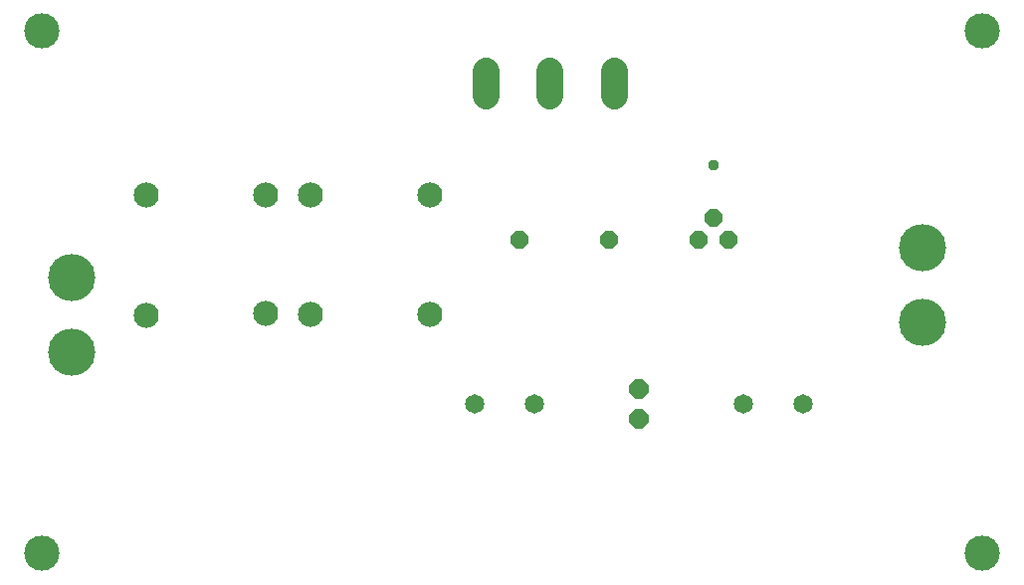
<source format=gbr>
G04 EAGLE Gerber RS-274X export*
G75*
%MOMM*%
%FSLAX34Y34*%
%LPD*%
%INSoldermask Bottom*%
%IPPOS*%
%AMOC8*
5,1,8,0,0,1.08239X$1,22.5*%
G01*
%ADD10P,1.759533X8X292.500000*%
%ADD11C,1.653200*%
%ADD12C,2.133600*%
%ADD13P,1.649562X8X22.500000*%
%ADD14C,2.298700*%
%ADD15C,3.003200*%
%ADD16C,4.013200*%
%ADD17C,0.959600*%


D10*
X685800Y457200D03*
X685800Y431800D03*
D11*
X546100Y444500D03*
X596900Y444500D03*
X774700Y444500D03*
X825500Y444500D03*
D12*
X266700Y622300D03*
X368300Y622300D03*
X266706Y519902D03*
X368294Y521498D03*
X406400Y622300D03*
X508000Y622300D03*
X406400Y520700D03*
X508000Y520700D03*
D13*
X736600Y584200D03*
X749300Y603250D03*
X762000Y584200D03*
D14*
X664210Y707073D02*
X664210Y728028D01*
X609600Y728028D02*
X609600Y707073D01*
X554990Y707073D02*
X554990Y728028D01*
D15*
X177800Y762000D03*
X177800Y317500D03*
X977900Y762000D03*
X977900Y317500D03*
D13*
X584200Y584200D03*
X660400Y584200D03*
D16*
X203200Y488950D03*
X203200Y552450D03*
X927100Y577850D03*
X927100Y514350D03*
D17*
X749300Y647700D03*
M02*

</source>
